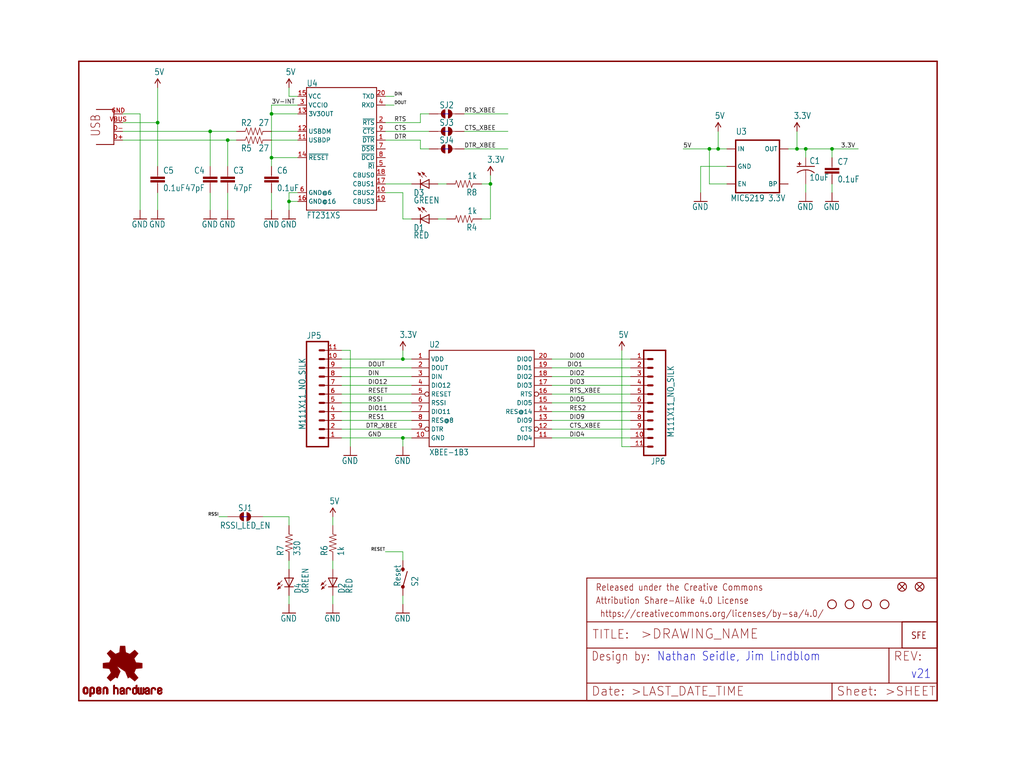
<source format=kicad_sch>
(kicad_sch (version 20211123) (generator eeschema)
  (paper "User" 297.002 223.926)
  (lib_symbols
    (symbol "eagleSchem-eagle-import:3.3V" (power)
      (property "Value" "3.3V" (at -1.016 3.556 0))
      (symbol "3.3V_1_0"
        (pin power_in line (at 0 0 90) (length 2.54) (name "3.3V") (number "1"))
      )
    )
    (symbol "eagleSchem-eagle-import:5V" (power)
      (property "Value" "5V" (at -1.016 3.556 0))
      (symbol "5V_1_0"
        (pin power_in line (at 0 0 90) (length 2.54) (name "5V") (number "1"))
      )
    )
    (symbol "eagleSchem-eagle-import:CAP0603-CAP"
      (property "Reference" "C" (at 1.524 2.921 0))
      (property "Value" "CAP0603-CAP" (at 1.524 -2.159 0))
      (symbol "CAP0603-CAP_1_0"
        (pin passive line (at 0 5.08 270) (length 2.54) (name "1") (number "1"))
        (pin passive line (at 0 -2.54 90) (length 2.54) (name "2") (number "2"))
      )
    )
    (symbol "eagleSchem-eagle-import:CAP_POL1206"
      (property "Reference" "C" (at 1.016 0.635 0))
      (property "Value" "CAP_POL1206" (at 1.016 -4.191 0))
      (symbol "CAP_POL1206_1_0"
        (pin passive line (at 0 2.54 270) (length 2.54) (name "+") (number "A"))
        (pin passive line (at 0 -5.08 90) (length 2.54) (name "-") (number "C"))
      )
    )
    (symbol "eagleSchem-eagle-import:FIDUCIAL1X2")
    (symbol "eagleSchem-eagle-import:FRAME-LETTER"
      (symbol "FRAME-LETTER_2_0"
        (text " https://creativecommons.org/licenses/by-sa/4.0/" (at 2.54 24.13 0) (effects (font (size 1.9304 1.6408)) (justify left bottom)))
        (text ">DRAWING_NAME" (at 15.494 17.78 0) (effects (font (size 2.7432 2.7432)) (justify left bottom)))
        (text ">LAST_DATE_TIME" (at 12.7 1.27 0) (effects (font (size 2.54 2.54)) (justify left bottom)))
        (text ">SHEET" (at 86.36 1.27 0) (effects (font (size 2.54 2.54)) (justify left bottom)))
        (text "Attribution Share-Alike 4.0 License" (at 2.54 27.94 0) (effects (font (size 1.9304 1.6408)) (justify left bottom)))
        (text "Date:" (at 1.27 1.27 0) (effects (font (size 2.54 2.54)) (justify left bottom)))
        (text "Design by:" (at 1.27 11.43 0) (effects (font (size 2.54 2.159)) (justify left bottom)))
        (text "Released under the Creative Commons" (at 2.54 31.75 0) (effects (font (size 1.9304 1.6408)) (justify left bottom)))
        (text "REV:" (at 88.9 11.43 0) (effects (font (size 2.54 2.54)) (justify left bottom)))
        (text "Sheet:" (at 72.39 1.27 0) (effects (font (size 2.54 2.54)) (justify left bottom)))
        (text "TITLE:" (at 1.524 17.78 0) (effects (font (size 2.54 2.54)) (justify left bottom)))
      )
    )
    (symbol "eagleSchem-eagle-import:FT231XS"
      (property "Reference" "U" (at -10.16 18.034 0))
      (property "Value" "FT231XS" (at -10.16 -18.288 0))
      (symbol "FT231XS_1_0"
        (pin bidirectional line (at 12.7 2.54 180) (length 2.54) (name "~{DTR}") (number "1"))
        (pin bidirectional line (at 12.7 -12.7 180) (length 2.54) (name "CBUS2") (number "10"))
        (pin bidirectional line (at -12.7 2.54 0) (length 2.54) (name "USBDP") (number "11"))
        (pin bidirectional line (at -12.7 5.08 0) (length 2.54) (name "USBDM") (number "12"))
        (pin bidirectional line (at -12.7 10.16 0) (length 2.54) (name "3V3OUT") (number "13"))
        (pin bidirectional line (at -12.7 -2.54 0) (length 2.54) (name "~{RESET}") (number "14"))
        (pin bidirectional line (at -12.7 15.24 0) (length 2.54) (name "VCC") (number "15"))
        (pin bidirectional line (at -12.7 -15.24 0) (length 2.54) (name "GND@16") (number "16"))
        (pin bidirectional line (at 12.7 -10.16 180) (length 2.54) (name "CBUS1") (number "17"))
        (pin bidirectional line (at 12.7 -7.62 180) (length 2.54) (name "CBUS0") (number "18"))
        (pin bidirectional line (at 12.7 -15.24 180) (length 2.54) (name "CBUS3") (number "19"))
        (pin bidirectional line (at 12.7 7.62 180) (length 2.54) (name "~{RTS}") (number "2"))
        (pin bidirectional line (at 12.7 15.24 180) (length 2.54) (name "TXD") (number "20"))
        (pin bidirectional line (at -12.7 12.7 0) (length 2.54) (name "VCCIO") (number "3"))
        (pin bidirectional line (at 12.7 12.7 180) (length 2.54) (name "RXD") (number "4"))
        (pin bidirectional line (at 12.7 -5.08 180) (length 2.54) (name "~{RI}") (number "5"))
        (pin bidirectional line (at -12.7 -12.7 0) (length 2.54) (name "GND@6") (number "6"))
        (pin bidirectional line (at 12.7 0 180) (length 2.54) (name "~{DSR}") (number "7"))
        (pin bidirectional line (at 12.7 -2.54 180) (length 2.54) (name "~{DCD}") (number "8"))
        (pin bidirectional line (at 12.7 5.08 180) (length 2.54) (name "~{CTS}") (number "9"))
      )
    )
    (symbol "eagleSchem-eagle-import:GND" (power)
      (property "Value" "GND" (at -2.54 -2.54 0))
      (symbol "GND_1_0"
        (pin power_in line (at 0 2.54 270) (length 2.54) (name "GND") (number "1"))
      )
    )
    (symbol "eagleSchem-eagle-import:LED-GREEN0603"
      (property "Reference" "D" (at 3.556 -4.572 90))
      (property "Value" "LED-GREEN0603" (at 5.715 -4.572 90))
      (symbol "LED-GREEN0603_1_0"
        (pin passive line (at 0 2.54 270) (length 2.54) (name "A") (number "A"))
        (pin passive line (at 0 -5.08 90) (length 2.54) (name "C") (number "C"))
      )
    )
    (symbol "eagleSchem-eagle-import:LED-RED0603"
      (property "Reference" "D" (at 3.556 -4.572 90))
      (property "Value" "LED-RED0603" (at 5.715 -4.572 90))
      (symbol "LED-RED0603_1_0"
        (pin passive line (at 0 2.54 270) (length 2.54) (name "A") (number "A"))
        (pin passive line (at 0 -5.08 90) (length 2.54) (name "C") (number "C"))
      )
    )
    (symbol "eagleSchem-eagle-import:LOGO-SFENEW"
      (symbol "LOGO-SFENEW_1_0"
        (text "SFE" (at 0 0 0) (effects (font (size 1.9304 1.6408)) (justify left bottom)))
      )
    )
    (symbol "eagleSchem-eagle-import:LOGO-SFESK"
      (symbol "LOGO-SFESK_1_0"
        (text "SFE" (at 0 0 0) (effects (font (size 1.9304 1.6408)) (justify left bottom)))
      )
    )
    (symbol "eagleSchem-eagle-import:M111X11_NO_SILK"
      (property "Reference" "JP" (at 0 16.002 0))
      (property "Value" "M111X11_NO_SILK" (at 0 -17.78 0))
      (symbol "M111X11_NO_SILK_1_0"
        (pin passive line (at 10.16 -12.7 180) (length 5.08) (name "1") (number "1"))
        (pin passive line (at 10.16 10.16 180) (length 5.08) (name "10") (number "10"))
        (pin passive line (at 10.16 12.7 180) (length 5.08) (name "11") (number "11"))
        (pin passive line (at 10.16 -10.16 180) (length 5.08) (name "2") (number "2"))
        (pin passive line (at 10.16 -7.62 180) (length 5.08) (name "3") (number "3"))
        (pin passive line (at 10.16 -5.08 180) (length 5.08) (name "4") (number "4"))
        (pin passive line (at 10.16 -2.54 180) (length 5.08) (name "5") (number "5"))
        (pin passive line (at 10.16 0 180) (length 5.08) (name "6") (number "6"))
        (pin passive line (at 10.16 2.54 180) (length 5.08) (name "7") (number "7"))
        (pin passive line (at 10.16 5.08 180) (length 5.08) (name "8") (number "8"))
        (pin passive line (at 10.16 7.62 180) (length 5.08) (name "9") (number "9"))
      )
    )
    (symbol "eagleSchem-eagle-import:OSHW-LOGOS")
    (symbol "eagleSchem-eagle-import:RESISTOR0603-RES"
      (property "Reference" "R" (at -3.81 1.4986 0))
      (property "Value" "RESISTOR0603-RES" (at -3.81 -3.302 0))
      (symbol "RESISTOR0603-RES_1_0"
        (pin passive line (at -5.08 0 0) (length 2.54) (name "1") (number "1"))
        (pin passive line (at 5.08 0 180) (length 2.54) (name "2") (number "2"))
      )
    )
    (symbol "eagleSchem-eagle-import:SOLDERJUMPERTRACE"
      (property "Reference" "SJ" (at -2.54 2.54 0))
      (property "Value" "SOLDERJUMPERTRACE" (at -2.54 -5.08 0))
      (symbol "SOLDERJUMPERTRACE_1_0"
        (pin passive line (at -5.08 0 0) (length 2.54) (name "1") (number "1"))
        (pin passive line (at 5.08 0 180) (length 2.54) (name "2") (number "2"))
      )
    )
    (symbol "eagleSchem-eagle-import:STAND-OFF")
    (symbol "eagleSchem-eagle-import:SWITCH-MOMENTARY-2SMD"
      (property "Reference" "S" (at -2.54 2.54 0))
      (property "Value" "SWITCH-MOMENTARY-2SMD" (at -2.54 -2.54 0))
      (symbol "SWITCH-MOMENTARY-2SMD_1_0"
        (pin passive line (at -5.08 0 0) (length 2.54) (name "1") (number "1"))
        (pin passive line (at 5.08 0 180) (length 2.54) (name "2") (number "3"))
      )
    )
    (symbol "eagleSchem-eagle-import:USBSMD"
      (symbol "USBSMD_1_0"
        (text "USB" (at 3.81 0 900) (effects (font (size 2.54 2.159)) (justify left bottom)))
        (pin bidirectional line (at -2.54 7.62 0) (length 2.54) (name "D+") (number "D+"))
        (pin bidirectional line (at -2.54 5.08 0) (length 2.54) (name "D-") (number "D-"))
        (pin bidirectional line (at -2.54 0 0) (length 2.54) (name "GND") (number "GND"))
        (pin bidirectional line (at -2.54 2.54 0) (length 2.54) (name "VBUS") (number "VBUS"))
      )
    )
    (symbol "eagleSchem-eagle-import:V_REG_LDOSMD"
      (property "Value" "V_REG_LDOSMD" (at -7.62 -11.43 0))
      (symbol "V_REG_LDOSMD_1_0"
        (pin input line (at -10.16 5.08 0) (length 2.54) (name "IN") (number "1"))
        (pin input line (at -10.16 0 0) (length 2.54) (name "GND") (number "2"))
        (pin input line (at -10.16 -5.08 0) (length 2.54) (name "EN") (number "3"))
        (pin input line (at 7.62 -5.08 180) (length 2.54) (name "BP") (number "4"))
        (pin passive line (at 7.62 5.08 180) (length 2.54) (name "OUT") (number "5"))
      )
    )
    (symbol "eagleSchem-eagle-import:XBEE-1B3"
      (property "Value" "XBEE-1B3" (at -15.24 -17.78 0))
      (symbol "XBEE-1B3_1_0"
        (pin power_in line (at -20.32 10.16 0) (length 5.08) (name "VDD") (number "1"))
        (pin power_in line (at -20.32 -12.7 0) (length 5.08) (name "GND") (number "10"))
        (pin bidirectional line (at 20.32 -12.7 180) (length 5.08) (name "DIO4") (number "11"))
        (pin output inverted (at 20.32 -10.16 180) (length 5.08) (name "CTS") (number "12"))
        (pin bidirectional line (at 20.32 -7.62 180) (length 5.08) (name "DIO9") (number "13"))
        (pin bidirectional line (at 20.32 -5.08 180) (length 5.08) (name "RES@14") (number "14"))
        (pin bidirectional line (at 20.32 -2.54 180) (length 5.08) (name "DIO5") (number "15"))
        (pin input inverted (at 20.32 0 180) (length 5.08) (name "RTS") (number "16"))
        (pin bidirectional line (at 20.32 2.54 180) (length 5.08) (name "DIO3") (number "17"))
        (pin bidirectional line (at 20.32 5.08 180) (length 5.08) (name "DIO2") (number "18"))
        (pin bidirectional line (at 20.32 7.62 180) (length 5.08) (name "DIO1") (number "19"))
        (pin output line (at -20.32 7.62 0) (length 5.08) (name "DOUT") (number "2"))
        (pin bidirectional line (at 20.32 10.16 180) (length 5.08) (name "DIO0") (number "20"))
        (pin input line (at -20.32 5.08 0) (length 5.08) (name "DIN") (number "3"))
        (pin bidirectional line (at -20.32 2.54 0) (length 5.08) (name "DIO12") (number "4"))
        (pin input inverted (at -20.32 0 0) (length 5.08) (name "RESET") (number "5"))
        (pin bidirectional line (at -20.32 -2.54 0) (length 5.08) (name "RSSI") (number "6"))
        (pin bidirectional line (at -20.32 -5.08 0) (length 5.08) (name "DIO11") (number "7"))
        (pin bidirectional line (at -20.32 -7.62 0) (length 5.08) (name "RES@8") (number "8"))
        (pin bidirectional inverted (at -20.32 -10.16 0) (length 5.08) (name "DTR") (number "9"))
      )
    )
  )
  (junction (at 78.74 33.02))
  (junction (at 60.96 38.1))
  (junction (at 45.72 35.56))
  (junction (at 231.14 43.18))
  (junction (at 241.3 43.18))
  (junction (at 142.24 53.34))
  (junction (at 208.28 43.18))
  (junction (at 83.82 58.42))
  (junction (at 116.84 127))
  (junction (at 233.68 43.18))
  (junction (at 66.04 40.64))
  (junction (at 78.74 45.72))
  (junction (at 116.84 104.14))
  (junction (at 205.74 43.18))
  (wire (pts (xy 83.82 149.86) (xy 76.2 149.86)))
  (wire (pts (xy 68.58 40.64) (xy 66.04 40.64)))
  (wire (pts (xy 78.74 38.1) (xy 86.36 38.1)))
  (polyline (pts (xy 128.524 33.02) (xy 130.556 33.02)))
  (wire (pts (xy 119.38 116.84) (xy 99.06 116.84)))
  (wire (pts (xy 35.56 35.56) (xy 45.72 35.56)))
  (wire (pts (xy 121.92 33.02) (xy 124.46 33.02)))
  (wire (pts (xy 142.24 53.34) (xy 142.24 63.5)))
  (wire (pts (xy 182.88 121.92) (xy 160.02 121.92)))
  (wire (pts (xy 99.06 101.6) (xy 101.6 101.6)))
  (wire (pts (xy 35.56 33.02) (xy 40.64 33.02)))
  (wire (pts (xy 83.82 162.56) (xy 83.82 165.1)))
  (wire (pts (xy 124.46 43.18) (xy 121.92 43.18)))
  (polyline (pts (xy 128.524 38.1) (xy 130.556 38.1)))
  (wire (pts (xy 119.38 127) (xy 116.84 127)))
  (wire (pts (xy 119.38 109.22) (xy 99.06 109.22)))
  (wire (pts (xy 119.38 121.92) (xy 99.06 121.92)))
  (wire (pts (xy 86.36 55.88) (xy 83.82 55.88)))
  (polyline (pts (xy 128.524 43.18) (xy 130.556 43.18)))
  (wire (pts (xy 86.36 58.42) (xy 83.82 58.42)))
  (wire (pts (xy 78.74 40.64) (xy 86.36 40.64)))
  (wire (pts (xy 233.68 45.72) (xy 233.68 43.18)))
  (wire (pts (xy 35.56 40.64) (xy 66.04 40.64)))
  (wire (pts (xy 233.68 55.88) (xy 233.68 53.34)))
  (wire (pts (xy 83.82 172.72) (xy 83.82 175.26)))
  (wire (pts (xy 86.36 33.02) (xy 78.74 33.02)))
  (wire (pts (xy 78.74 45.72) (xy 78.74 48.26)))
  (wire (pts (xy 119.38 63.5) (xy 116.84 63.5)))
  (wire (pts (xy 208.28 43.18) (xy 205.74 43.18)))
  (wire (pts (xy 83.82 27.94) (xy 83.82 25.4)))
  (wire (pts (xy 182.88 114.3) (xy 160.02 114.3)))
  (wire (pts (xy 116.84 162.56) (xy 116.84 160.02)))
  (wire (pts (xy 116.84 104.14) (xy 116.84 101.6)))
  (wire (pts (xy 119.38 106.68) (xy 99.06 106.68)))
  (wire (pts (xy 182.88 104.14) (xy 160.02 104.14)))
  (wire (pts (xy 45.72 48.26) (xy 45.72 35.56)))
  (wire (pts (xy 182.88 116.84) (xy 160.02 116.84)))
  (wire (pts (xy 119.38 111.76) (xy 99.06 111.76)))
  (wire (pts (xy 66.04 40.64) (xy 66.04 48.26)))
  (wire (pts (xy 66.04 149.86) (xy 63.5 149.86)))
  (wire (pts (xy 111.76 40.64) (xy 121.92 40.64)))
  (wire (pts (xy 210.82 53.34) (xy 205.74 53.34)))
  (wire (pts (xy 233.68 43.18) (xy 241.3 43.18)))
  (wire (pts (xy 182.88 111.76) (xy 160.02 111.76)))
  (wire (pts (xy 182.88 109.22) (xy 160.02 109.22)))
  (wire (pts (xy 210.82 43.18) (xy 208.28 43.18)))
  (wire (pts (xy 182.88 127) (xy 160.02 127)))
  (wire (pts (xy 40.64 33.02) (xy 40.64 60.96)))
  (wire (pts (xy 116.84 104.14) (xy 99.06 104.14)))
  (wire (pts (xy 142.24 50.8) (xy 142.24 53.34)))
  (wire (pts (xy 111.76 35.56) (xy 121.92 35.56)))
  (wire (pts (xy 68.58 38.1) (xy 60.96 38.1)))
  (wire (pts (xy 119.38 104.14) (xy 116.84 104.14)))
  (wire (pts (xy 228.6 43.18) (xy 231.14 43.18)))
  (wire (pts (xy 78.74 33.02) (xy 78.74 45.72)))
  (wire (pts (xy 116.84 127) (xy 116.84 129.54)))
  (wire (pts (xy 231.14 43.18) (xy 233.68 43.18)))
  (wire (pts (xy 119.38 124.46) (xy 99.06 124.46)))
  (wire (pts (xy 119.38 53.34) (xy 111.76 53.34)))
  (wire (pts (xy 182.88 106.68) (xy 160.02 106.68)))
  (wire (pts (xy 139.7 53.34) (xy 142.24 53.34)))
  (wire (pts (xy 134.62 33.02) (xy 147.32 33.02)))
  (wire (pts (xy 180.34 129.54) (xy 180.34 101.6)))
  (wire (pts (xy 116.84 63.5) (xy 116.84 55.88)))
  (wire (pts (xy 60.96 60.96) (xy 60.96 55.88)))
  (wire (pts (xy 96.52 172.72) (xy 96.52 175.26)))
  (wire (pts (xy 121.92 40.64) (xy 121.92 43.18)))
  (wire (pts (xy 78.74 60.96) (xy 78.74 55.88)))
  (wire (pts (xy 35.56 38.1) (xy 60.96 38.1)))
  (wire (pts (xy 66.04 60.96) (xy 66.04 55.88)))
  (wire (pts (xy 182.88 124.46) (xy 160.02 124.46)))
  (wire (pts (xy 78.74 30.48) (xy 78.74 33.02)))
  (wire (pts (xy 182.88 129.54) (xy 180.34 129.54)))
  (wire (pts (xy 205.74 53.34) (xy 205.74 43.18)))
  (wire (pts (xy 116.84 55.88) (xy 111.76 55.88)))
  (wire (pts (xy 241.3 45.72) (xy 241.3 43.18)))
  (wire (pts (xy 241.3 55.88) (xy 241.3 53.34)))
  (wire (pts (xy 96.52 152.4) (xy 96.52 149.86)))
  (wire (pts (xy 60.96 38.1) (xy 60.96 48.26)))
  (wire (pts (xy 231.14 38.1) (xy 231.14 43.18)))
  (wire (pts (xy 116.84 175.26) (xy 116.84 172.72)))
  (wire (pts (xy 129.54 63.5) (xy 127 63.5)))
  (wire (pts (xy 45.72 60.96) (xy 45.72 55.88)))
  (wire (pts (xy 119.38 114.3) (xy 99.06 114.3)))
  (wire (pts (xy 86.36 30.48) (xy 78.74 30.48)))
  (wire (pts (xy 208.28 43.18) (xy 208.28 38.1)))
  (wire (pts (xy 83.82 55.88) (xy 83.82 58.42)))
  (wire (pts (xy 134.62 43.18) (xy 147.32 43.18)))
  (wire (pts (xy 134.62 38.1) (xy 147.32 38.1)))
  (wire (pts (xy 116.84 127) (xy 99.06 127)))
  (wire (pts (xy 111.76 30.48) (xy 114.3 30.48)))
  (wire (pts (xy 182.88 119.38) (xy 160.02 119.38)))
  (wire (pts (xy 45.72 35.56) (xy 45.72 25.4)))
  (wire (pts (xy 205.74 43.18) (xy 198.12 43.18)))
  (wire (pts (xy 129.54 53.34) (xy 127 53.34)))
  (wire (pts (xy 210.82 48.26) (xy 203.2 48.26)))
  (polyline (pts (xy 70.104 149.86) (xy 72.136 149.86)))
  (wire (pts (xy 96.52 165.1) (xy 96.52 162.56)))
  (wire (pts (xy 111.76 27.94) (xy 114.3 27.94)))
  (wire (pts (xy 83.82 58.42) (xy 83.82 60.96)))
  (wire (pts (xy 101.6 101.6) (xy 101.6 129.54)))
  (wire (pts (xy 111.76 38.1) (xy 124.46 38.1)))
  (wire (pts (xy 86.36 27.94) (xy 83.82 27.94)))
  (wire (pts (xy 142.24 63.5) (xy 139.7 63.5)))
  (wire (pts (xy 121.92 35.56) (xy 121.92 33.02)))
  (wire (pts (xy 83.82 152.4) (xy 83.82 149.86)))
  (wire (pts (xy 86.36 45.72) (xy 78.74 45.72)))
  (wire (pts (xy 119.38 119.38) (xy 99.06 119.38)))
  (wire (pts (xy 203.2 48.26) (xy 203.2 55.88)))
  (wire (pts (xy 116.84 160.02) (xy 111.76 160.02)))
  (wire (pts (xy 241.3 43.18) (xy 248.92 43.18)))
  (text "v21" (at 264.16 195.58 180) (effects (font (size 2.54 2.159)) (justify left)))
  (text "Nathan Seidle, Jim Lindblom" (at 190.5 190.5 180) (effects (font (size 2.54 2.159)) (justify left)))
  (label "3.3V" (at 243.84 43.18 0) (effects (font (size 1.2446 1.2446))))
  (label "CTS_XBEE" (at 134.62 38.1 0) (effects (font (size 1.2446 1.2446))))
  (label "RSSI" (at 63.5 149.86 180) (effects (font (size 0.889 0.889))))
  (label "DIO4" (at 165.1 127 0) (effects (font (size 1.2446 1.2446))))
  (label "RESET" (at 111.76 160.02 180) (effects (font (size 0.889 0.889))))
  (label "DTR_XBEE" (at 106.045 124.46 0) (effects (font (size 1.2446 1.2446))))
  (label "CTS_XBEE" (at 165.1 124.46 0) (effects (font (size 1.2446 1.2446))))
  (label "DIO5" (at 165.1 116.84 0) (effects (font (size 1.2446 1.2446))))
  (label "RTS" (at 114.3 35.56 0) (effects (font (size 1.2446 1.2446))))
  (label "RTS_XBEE" (at 134.62 33.02 0) (effects (font (size 1.2446 1.2446))))
  (label "DTR_XBEE" (at 134.62 43.18 0) (effects (font (size 1.2446 1.2446))))
  (label "3V-INT" (at 78.74 30.48 0) (effects (font (size 1.2446 1.2446))))
  (label "RESET" (at 106.68 114.3 0) (effects (font (size 1.2446 1.2446))))
  (label "DIO3" (at 165.1 111.76 0) (effects (font (size 1.2446 1.2446))))
  (label "DIO2" (at 165.1 109.22 0) (effects (font (size 1.2446 1.2446))))
  (label "RSSI" (at 106.68 116.84 0) (effects (font (size 1.2446 1.2446))))
  (label "CTS" (at 114.3 38.1 0) (effects (font (size 1.2446 1.2446))))
  (label "RTS_XBEE" (at 165.1 114.3 0) (effects (font (size 1.2446 1.2446))))
  (label "DIO12" (at 106.68 111.76 0) (effects (font (size 1.2446 1.2446))))
  (label "DIO11" (at 106.68 119.38 0) (effects (font (size 1.2446 1.2446))))
  (label "DOUT" (at 106.68 106.68 0) (effects (font (size 1.2446 1.2446))))
  (label "RES2" (at 165.1 119.38 0) (effects (font (size 1.2446 1.2446))))
  (label "DTR" (at 114.3 40.64 0) (effects (font (size 1.2446 1.2446))))
  (label "GND" (at 106.68 127 0) (effects (font (size 1.2446 1.2446))))
  (label "DIO0" (at 165.1 104.14 0) (effects (font (size 1.2446 1.2446))))
  (label "DIN" (at 106.68 109.22 0) (effects (font (size 1.2446 1.2446))))
  (label "5V" (at 198.12 43.18 0) (effects (font (size 1.2446 1.2446))))
  (label "DOUT" (at 114.3 30.48 0) (effects (font (size 0.889 0.889))))
  (label "DIO9" (at 165.1 121.92 0) (effects (font (size 1.2446 1.2446))))
  (label "RES1" (at 106.68 121.92 0) (effects (font (size 1.2446 1.2446))))
  (label "DIN" (at 114.3 27.94 0) (effects (font (size 0.889 0.889))))
  (label "DIO1" (at 164.465 106.68 0) (effects (font (size 1.2446 1.2446))))
  (symbol (lib_id "eagleSchem-eagle-import:LOGO-SFENEW") (at 264.16 185.42 0) (unit 1)
    (property "Reference" "U$4" (effects hide))
    (property "Value" "LOGO-SFENEW" (effects hide))
    (property "Footprint" "eagleSchem:SFE-NEW-WEBLOGO" (effects hide))
  )
  (symbol (lib_id "eagleSchem-eagle-import:LED-GREEN0603") (at 83.82 167.64 0) (unit 1)
    (property "Reference" "D4" (at 87.376 172.212 90) (effects (font (size 1.778 1.5113)) (justify left bottom)))
    (property "Value" "GREEN" (at 89.535 172.212 90) (effects (font (size 1.778 1.5113)) (justify left bottom)))
    (property "Footprint" "eagleSchem:LED-0603" (effects hide))
  )
  (symbol (lib_id "eagleSchem-eagle-import:V_REG_LDOSMD") (at 220.98 48.26 0) (unit 1)
    (property "Reference" "U3" (at 213.36 39.116 0) (effects (font (size 1.778 1.5113)) (justify left bottom)))
    (property "Value" "MIC5219 3.3V" (at 211.836 58.42 0) (effects (font (size 1.778 1.5113)) (justify left bottom)))
    (property "Footprint" "eagleSchem:SOT23-5" (effects hide))
  )
  (symbol (lib_id "eagleSchem-eagle-import:M111X11_NO_SILK") (at 193.04 116.84 180) (unit 1)
    (property "Reference" "JP6" (at 193.04 132.842 0) (effects (font (size 1.778 1.5113)) (justify left bottom)))
    (property "Value" "M111X11_NO_SILK" (at 193.548 105.918 90) (effects (font (size 1.778 1.5113)) (justify left bottom)))
    (property "Footprint" "eagleSchem:1X11_NO_SILK" (effects hide))
  )
  (symbol (lib_id "eagleSchem-eagle-import:5V") (at 208.28 38.1 0) (unit 1)
    (property "Reference" "#SUPPLY1" (effects hide))
    (property "Value" "5V" (at 207.264 34.544 0) (effects (font (size 1.778 1.5113)) (justify left bottom)))
    (property "Footprint" "eagleSchem:" (effects hide))
  )
  (symbol (lib_id "eagleSchem-eagle-import:GND") (at 66.04 63.5 0) (unit 1)
    (property "Reference" "#GND7" (effects hide))
    (property "Value" "GND" (at 63.5 66.04 0) (effects (font (size 1.778 1.5113)) (justify left bottom)))
    (property "Footprint" "eagleSchem:" (effects hide))
  )
  (symbol (lib_id "eagleSchem-eagle-import:LED-RED0603") (at 124.46 63.5 270) (unit 1)
    (property "Reference" "D1" (at 119.888 67.056 90) (effects (font (size 1.778 1.5113)) (justify left bottom)))
    (property "Value" "RED" (at 119.888 69.215 90) (effects (font (size 1.778 1.5113)) (justify left bottom)))
    (property "Footprint" "eagleSchem:LED-0603" (effects hide))
  )
  (symbol (lib_id "eagleSchem-eagle-import:5V") (at 96.52 149.86 0) (unit 1)
    (property "Reference" "#V1" (effects hide))
    (property "Value" "5V" (at 95.504 146.304 0) (effects (font (size 1.778 1.5113)) (justify left bottom)))
    (property "Footprint" "eagleSchem:" (effects hide))
  )
  (symbol (lib_id "eagleSchem-eagle-import:XBEE-1B3") (at 139.7 114.3 0) (unit 1)
    (property "Reference" "U2" (at 124.46 100.838 0) (effects (font (size 1.6764 1.4249)) (justify left bottom)))
    (property "Value" "XBEE-1B3" (at 124.46 132.08 0) (effects (font (size 1.6764 1.4249)) (justify left bottom)))
    (property "Footprint" "eagleSchem:XBEE-SMD" (effects hide))
  )
  (symbol (lib_id "eagleSchem-eagle-import:GND") (at 45.72 63.5 0) (unit 1)
    (property "Reference" "#GND27" (effects hide))
    (property "Value" "GND" (at 43.18 66.04 0) (effects (font (size 1.778 1.5113)) (justify left bottom)))
    (property "Footprint" "eagleSchem:" (effects hide))
  )
  (symbol (lib_id "eagleSchem-eagle-import:CAP0603-CAP") (at 66.04 53.34 0) (unit 1)
    (property "Reference" "C3" (at 67.564 50.419 0) (effects (font (size 1.778 1.5113)) (justify left bottom)))
    (property "Value" "47pF" (at 67.564 55.499 0) (effects (font (size 1.778 1.5113)) (justify left bottom)))
    (property "Footprint" "eagleSchem:0603-CAP" (effects hide))
  )
  (symbol (lib_id "eagleSchem-eagle-import:GND") (at 101.6 132.08 0) (unit 1)
    (property "Reference" "#GND9" (effects hide))
    (property "Value" "GND" (at 99.06 134.62 0) (effects (font (size 1.778 1.5113)) (justify left bottom)))
    (property "Footprint" "eagleSchem:" (effects hide))
  )
  (symbol (lib_id "eagleSchem-eagle-import:STAND-OFF") (at 246.38 175.26 0) (unit 1)
    (property "Reference" "U$10" (effects hide))
    (property "Value" "STAND-OFF" (effects hide))
    (property "Footprint" "eagleSchem:STAND-OFF" (effects hide))
  )
  (symbol (lib_id "eagleSchem-eagle-import:GND") (at 83.82 177.8 0) (unit 1)
    (property "Reference" "#GND4" (effects hide))
    (property "Value" "GND" (at 81.28 180.34 0) (effects (font (size 1.778 1.5113)) (justify left bottom)))
    (property "Footprint" "eagleSchem:" (effects hide))
  )
  (symbol (lib_id "eagleSchem-eagle-import:CAP0603-CAP") (at 60.96 53.34 0) (mirror y) (unit 1)
    (property "Reference" "C4" (at 59.436 50.419 0) (effects (font (size 1.778 1.5113)) (justify left bottom)))
    (property "Value" "47pF" (at 59.436 55.499 0) (effects (font (size 1.778 1.5113)) (justify left bottom)))
    (property "Footprint" "eagleSchem:0603-CAP" (effects hide))
  )
  (symbol (lib_id "eagleSchem-eagle-import:M111X11_NO_SILK") (at 88.9 114.3 0) (unit 1)
    (property "Reference" "JP5" (at 88.9 98.298 0) (effects (font (size 1.778 1.5113)) (justify left bottom)))
    (property "Value" "M111X11_NO_SILK" (at 88.646 124.714 90) (effects (font (size 1.778 1.5113)) (justify left bottom)))
    (property "Footprint" "eagleSchem:1X11_NO_SILK" (effects hide))
  )
  (symbol (lib_id "eagleSchem-eagle-import:SOLDERJUMPERTRACE") (at 129.54 33.02 0) (unit 1)
    (property "Reference" "SJ2" (at 129.54 30.48 0) (effects (font (size 1.778 1.5113))))
    (property "Value" "CTS_EN" (effects hide))
    (property "Footprint" "eagleSchem:SJ_2S-TRACE" (effects hide))
  )
  (symbol (lib_id "eagleSchem-eagle-import:RESISTOR0603-RES") (at 73.66 38.1 0) (unit 1)
    (property "Reference" "R2" (at 69.85 36.6014 0) (effects (font (size 1.778 1.5113)) (justify left bottom)))
    (property "Value" "27" (at 74.93 36.576 0) (effects (font (size 1.778 1.5113)) (justify left bottom)))
    (property "Footprint" "eagleSchem:0603-RES" (effects hide))
  )
  (symbol (lib_id "eagleSchem-eagle-import:3.3V") (at 142.24 50.8 0) (unit 1)
    (property "Reference" "#P+2" (effects hide))
    (property "Value" "3.3V" (at 141.224 47.244 0) (effects (font (size 1.778 1.5113)) (justify left bottom)))
    (property "Footprint" "eagleSchem:" (effects hide))
  )
  (symbol (lib_id "eagleSchem-eagle-import:STAND-OFF") (at 251.46 175.26 0) (unit 1)
    (property "Reference" "U$9" (effects hide))
    (property "Value" "STAND-OFF" (effects hide))
    (property "Footprint" "eagleSchem:STAND-OFF" (effects hide))
  )
  (symbol (lib_id "eagleSchem-eagle-import:3.3V") (at 116.84 101.6 0) (unit 1)
    (property "Reference" "#P+1" (effects hide))
    (property "Value" "3.3V" (at 115.824 98.044 0) (effects (font (size 1.778 1.5113)) (justify left bottom)))
    (property "Footprint" "eagleSchem:" (effects hide))
  )
  (symbol (lib_id "eagleSchem-eagle-import:GND") (at 116.84 177.8 0) (unit 1)
    (property "Reference" "#GND8" (effects hide))
    (property "Value" "GND" (at 114.3 180.34 0) (effects (font (size 1.778 1.5113)) (justify left bottom)))
    (property "Footprint" "eagleSchem:" (effects hide))
  )
  (symbol (lib_id "eagleSchem-eagle-import:LED-GREEN0603") (at 124.46 53.34 270) (unit 1)
    (property "Reference" "D3" (at 119.888 56.896 90) (effects (font (size 1.778 1.5113)) (justify left bottom)))
    (property "Value" "GREEN" (at 119.888 59.055 90) (effects (font (size 1.778 1.5113)) (justify left bottom)))
    (property "Footprint" "eagleSchem:LED-0603" (effects hide))
  )
  (symbol (lib_id "eagleSchem-eagle-import:STAND-OFF") (at 241.3 175.26 0) (unit 1)
    (property "Reference" "U$11" (effects hide))
    (property "Value" "STAND-OFF" (effects hide))
    (property "Footprint" "eagleSchem:STAND-OFF" (effects hide))
  )
  (symbol (lib_id "eagleSchem-eagle-import:SWITCH-MOMENTARY-2SMD") (at 116.84 167.64 270) (mirror x) (unit 1)
    (property "Reference" "S2" (at 119.38 170.18 0) (effects (font (size 1.778 1.5113)) (justify left bottom)))
    (property "Value" "Reset" (at 114.3 170.18 0) (effects (font (size 1.778 1.5113)) (justify left bottom)))
    (property "Footprint" "eagleSchem:TACTILE_SWITCH_SMD" (effects hide))
  )
  (symbol (lib_id "eagleSchem-eagle-import:GND") (at 241.3 58.42 0) (unit 1)
    (property "Reference" "#GND5" (effects hide))
    (property "Value" "GND" (at 238.76 60.96 0) (effects (font (size 1.778 1.5113)) (justify left bottom)))
    (property "Footprint" "eagleSchem:" (effects hide))
  )
  (symbol (lib_id "eagleSchem-eagle-import:RESISTOR0603-RES") (at 134.62 53.34 180) (unit 1)
    (property "Reference" "R8" (at 138.43 54.8386 0) (effects (font (size 1.778 1.5113)) (justify left bottom)))
    (property "Value" "1k" (at 138.43 50.038 0) (effects (font (size 1.778 1.5113)) (justify left bottom)))
    (property "Footprint" "eagleSchem:0603-RES" (effects hide))
  )
  (symbol (lib_id "eagleSchem-eagle-import:RESISTOR0603-RES") (at 96.52 157.48 90) (unit 1)
    (property "Reference" "R6" (at 95.0214 161.29 0) (effects (font (size 1.778 1.5113)) (justify left bottom)))
    (property "Value" "1k" (at 99.822 161.29 0) (effects (font (size 1.778 1.5113)) (justify left bottom)))
    (property "Footprint" "eagleSchem:0603-RES" (effects hide))
  )
  (symbol (lib_id "eagleSchem-eagle-import:GND") (at 83.82 63.5 0) (unit 1)
    (property "Reference" "#GND21" (effects hide))
    (property "Value" "GND" (at 81.28 66.04 0) (effects (font (size 1.778 1.5113)) (justify left bottom)))
    (property "Footprint" "eagleSchem:" (effects hide))
  )
  (symbol (lib_id "eagleSchem-eagle-import:SOLDERJUMPERTRACE") (at 71.12 149.86 0) (unit 1)
    (property "Reference" "SJ1" (at 71.12 147.32 0) (effects (font (size 1.778 1.5113))))
    (property "Value" "RSSI_LED_EN" (at 71.12 152.4 0) (effects (font (size 1.778 1.5113))))
    (property "Footprint" "eagleSchem:SJ_2S-TRACE" (effects hide))
  )
  (symbol (lib_id "eagleSchem-eagle-import:SOLDERJUMPERTRACE") (at 129.54 38.1 0) (unit 1)
    (property "Reference" "SJ3" (at 129.54 35.56 0) (effects (font (size 1.778 1.5113))))
    (property "Value" "RTS_EN" (effects hide))
    (property "Footprint" "eagleSchem:SJ_2S-TRACE" (effects hide))
  )
  (symbol (lib_id "eagleSchem-eagle-import:GND") (at 116.84 132.08 0) (unit 1)
    (property "Reference" "#GND2" (effects hide))
    (property "Value" "GND" (at 114.3 134.62 0) (effects (font (size 1.778 1.5113)) (justify left bottom)))
    (property "Footprint" "eagleSchem:" (effects hide))
  )
  (symbol (lib_id "eagleSchem-eagle-import:GND") (at 96.52 177.8 0) (unit 1)
    (property "Reference" "#GND28" (effects hide))
    (property "Value" "GND" (at 93.98 180.34 0) (effects (font (size 1.778 1.5113)) (justify left bottom)))
    (property "Footprint" "eagleSchem:" (effects hide))
  )
  (symbol (lib_id "eagleSchem-eagle-import:FT231XS") (at 99.06 43.18 0) (unit 1)
    (property "Reference" "U4" (at 88.9 25.146 0) (effects (font (size 1.778 1.5113)) (justify left bottom)))
    (property "Value" "FT231XS" (at 88.9 61.468 0) (effects (font (size 1.778 1.5113)) (justify left top)))
    (property "Footprint" "eagleSchem:SSOP20_L" (effects hide))
  )
  (symbol (lib_id "eagleSchem-eagle-import:CAP0603-CAP") (at 78.74 53.34 0) (unit 1)
    (property "Reference" "C6" (at 80.264 50.419 0) (effects (font (size 1.778 1.5113)) (justify left bottom)))
    (property "Value" "0.1uF" (at 80.264 55.499 0) (effects (font (size 1.778 1.5113)) (justify left bottom)))
    (property "Footprint" "eagleSchem:0603-CAP" (effects hide))
  )
  (symbol (lib_id "eagleSchem-eagle-import:5V") (at 180.34 101.6 0) (unit 1)
    (property "Reference" "#SUPPLY2" (effects hide))
    (property "Value" "5V" (at 179.324 98.044 0) (effects (font (size 1.778 1.5113)) (justify left bottom)))
    (property "Footprint" "eagleSchem:" (effects hide))
  )
  (symbol (lib_id "eagleSchem-eagle-import:GND") (at 40.64 63.5 0) (unit 1)
    (property "Reference" "#GND18" (effects hide))
    (property "Value" "GND" (at 38.1 66.04 0) (effects (font (size 1.778 1.5113)) (justify left bottom)))
    (property "Footprint" "eagleSchem:" (effects hide))
  )
  (symbol (lib_id "eagleSchem-eagle-import:GND") (at 233.68 58.42 0) (unit 1)
    (property "Reference" "#GND3" (effects hide))
    (property "Value" "GND" (at 231.14 60.96 0) (effects (font (size 1.778 1.5113)) (justify left bottom)))
    (property "Footprint" "eagleSchem:" (effects hide))
  )
  (symbol (lib_id "eagleSchem-eagle-import:CAP0603-CAP") (at 241.3 50.8 0) (unit 1)
    (property "Reference" "C7" (at 242.824 47.879 0) (effects (font (size 1.778 1.5113)) (justify left bottom)))
    (property "Value" "0.1uF" (at 242.824 52.959 0) (effects (font (size 1.778 1.5113)) (justify left bottom)))
    (property "Footprint" "eagleSchem:0603-CAP" (effects hide))
  )
  (symbol (lib_id "eagleSchem-eagle-import:FRAME-LETTER") (at 22.86 203.2 0) (unit 1)
    (property "Reference" "FRAME1" (effects hide))
    (property "Value" "FRAME-LETTER" (effects hide))
    (property "Footprint" "eagleSchem:CREATIVE_COMMONS" (effects hide))
  )
  (symbol (lib_id "eagleSchem-eagle-import:CAP_POL1206") (at 233.68 48.26 0) (unit 1)
    (property "Reference" "C1" (at 234.696 47.625 0) (effects (font (size 1.778 1.5113)) (justify left bottom)))
    (property "Value" "10uF" (at 234.696 52.451 0) (effects (font (size 1.778 1.5113)) (justify left bottom)))
    (property "Footprint" "eagleSchem:EIA3216" (effects hide))
  )
  (symbol (lib_id "eagleSchem-eagle-import:GND") (at 203.2 58.42 0) (unit 1)
    (property "Reference" "#GND1" (effects hide))
    (property "Value" "GND" (at 200.66 60.96 0) (effects (font (size 1.778 1.5113)) (justify left bottom)))
    (property "Footprint" "eagleSchem:" (effects hide))
  )
  (symbol (lib_id "eagleSchem-eagle-import:GND") (at 78.74 63.5 0) (unit 1)
    (property "Reference" "#GND20" (effects hide))
    (property "Value" "GND" (at 76.2 66.04 0) (effects (font (size 1.778 1.5113)) (justify left bottom)))
    (property "Footprint" "eagleSchem:" (effects hide))
  )
  (symbol (lib_id "eagleSchem-eagle-import:OSHW-LOGOS") (at 35.56 193.04 0) (unit 1)
    (property "Reference" "LOGO1" (effects hide))
    (property "Value" "OSHW-LOGOS" (effects hide))
    (property "Footprint" "eagleSchem:OSHW-LOGO-S" (effects hide))
  )
  (symbol (lib_id "eagleSchem-eagle-import:STAND-OFF") (at 256.54 175.26 0) (unit 1)
    (property "Reference" "U$5" (effects hide))
    (property "Value" "STAND-OFF" (effects hide))
    (property "Footprint" "eagleSchem:STAND-OFF" (effects hide))
  )
  (symbol (lib_id "eagleSchem-eagle-import:USBSMD") (at 33.02 33.02 180) (unit 1)
    (property "Reference" "X1" (effects hide))
    (property "Value" "USBSMD" (effects hide))
    (property "Footprint" "eagleSchem:USB-MINIB" (effects hide))
  )
  (symbol (lib_id "eagleSchem-eagle-import:FIDUCIAL1X2") (at 266.7 170.18 0) (unit 1)
    (property "Reference" "JP4" (effects hide))
    (property "Value" "FIDUCIAL1X2" (effects hide))
    (property "Footprint" "eagleSchem:FIDUCIAL-1X2" (effects hide))
  )
  (symbol (lib_id "eagleSchem-eagle-import:5V") (at 45.72 25.4 0) (unit 1)
    (property "Reference" "#U$14" (effects hide))
    (property "Value" "5V" (at 44.704 21.844 0) (effects (font (size 1.778 1.5113)) (justify left bottom)))
    (property "Footprint" "eagleSchem:" (effects hide))
  )
  (symbol (lib_id "eagleSchem-eagle-import:RESISTOR0603-RES") (at 134.62 63.5 180) (unit 1)
    (property "Reference" "R4" (at 138.43 64.9986 0) (effects (font (size 1.778 1.5113)) (justify left bottom)))
    (property "Value" "1k" (at 138.43 60.198 0) (effects (font (size 1.778 1.5113)) (justify left bottom)))
    (property "Footprint" "eagleSchem:0603-RES" (effects hide))
  )
  (symbol (lib_id "eagleSchem-eagle-import:5V") (at 83.82 25.4 0) (unit 1)
    (property "Reference" "#U$3" (effects hide))
    (property "Value" "5V" (at 82.804 21.844 0) (effects (font (size 1.778 1.5113)) (justify left bottom)))
    (property "Footprint" "eagleSchem:" (effects hide))
  )
  (symbol (lib_id "eagleSchem-eagle-import:LED-RED0603") (at 96.52 167.64 0) (unit 1)
    (property "Reference" "D2" (at 100.076 172.212 90) (effects (font (size 1.778 1.5113)) (justify left bottom)))
    (property "Value" "RED" (at 102.235 172.212 90) (effects (font (size 1.778 1.5113)) (justify left bottom)))
    (property "Footprint" "eagleSchem:LED-0603" (effects hide))
  )
  (symbol (lib_id "eagleSchem-eagle-import:LOGO-SFESK") (at 264.16 185.42 0) (unit 1)
    (property "Reference" "U$1" (effects hide))
    (property "Value" "LOGO-SFESK" (effects hide))
    (property "Footprint" "eagleSchem:SFE-LOGO-FLAME" (effects hide))
  )
  (symbol (lib_id "eagleSchem-eagle-import:FRAME-LETTER") (at 170.18 203.2 0) (unit 2)
    (property "Reference" "FRAME1" (effects hide))
    (property "Value" "FRAME-LETTER" (effects hide))
    (property "Footprint" "eagleSchem:CREATIVE_COMMONS" (effects hide))
  )
  (symbol (lib_id "eagleSchem-eagle-import:SOLDERJUMPERTRACE") (at 129.54 43.18 0) (unit 1)
    (property "Reference" "SJ4" (at 129.54 40.64 0) (effects (font (size 1.778 1.5113))))
    (property "Value" "DTR" (effects hide))
    (property "Footprint" "eagleSchem:SJ_2S-TRACE" (effects hide))
  )
  (symbol (lib_id "eagleSchem-eagle-import:CAP0603-CAP") (at 45.72 53.34 0) (unit 1)
    (property "Reference" "C5" (at 47.244 50.419 0) (effects (font (size 1.778 1.5113)) (justify left bottom)))
    (property "Value" "0.1uF" (at 47.244 55.499 0) (effects (font (size 1.778 1.5113)) (justify left bottom)))
    (property "Footprint" "eagleSchem:0603-CAP" (effects hide))
  )
  (symbol (lib_id "eagleSchem-eagle-import:RESISTOR0603-RES") (at 73.66 40.64 0) (unit 1)
    (property "Reference" "R5" (at 69.85 43.9674 0) (effects (font (size 1.778 1.5113)) (justify left bottom)))
    (property "Value" "27" (at 74.93 43.942 0) (effects (font (size 1.778 1.5113)) (justify left bottom)))
    (property "Footprint" "eagleSchem:0603-RES" (effects hide))
  )
  (symbol (lib_id "eagleSchem-eagle-import:FIDUCIAL1X2") (at 261.62 170.18 0) (unit 1)
    (property "Reference" "JP1" (effects hide))
    (property "Value" "FIDUCIAL1X2" (effects hide))
    (property "Footprint" "eagleSchem:FIDUCIAL-1X2" (effects hide))
  )
  (symbol (lib_id "eagleSchem-eagle-import:RESISTOR0603-RES") (at 83.82 157.48 90) (unit 1)
    (property "Reference" "R7" (at 82.3214 161.29 0) (effects (font (size 1.778 1.5113)) (justify left bottom)))
    (property "Value" "330" (at 87.122 161.29 0) (effects (font (size 1.778 1.5113)) (justify left bottom)))
    (property "Footprint" "eagleSchem:0603-RES" (effects hide))
  )
  (symbol (lib_id "eagleSchem-eagle-import:3.3V") (at 231.14 38.1 0) (unit 1)
    (property "Reference" "#P+3" (effects hide))
    (property "Value" "3.3V" (at 230.124 34.544 0) (effects (font (size 1.778 1.5113)) (justify left bottom)))
    (property "Footprint" "eagleSchem:" (effects hide))
  )
  (symbol (lib_id "eagleSchem-eagle-import:GND") (at 60.96 63.5 0) (unit 1)
    (property "Reference" "#GND6" (effects hide))
    (property "Value" "GND" (at 58.42 66.04 0) (effects (font (size 1.778 1.5113)) (justify left bottom)))
    (property "Footprint" "eagleSchem:" (effects hide))
  )
)
</source>
